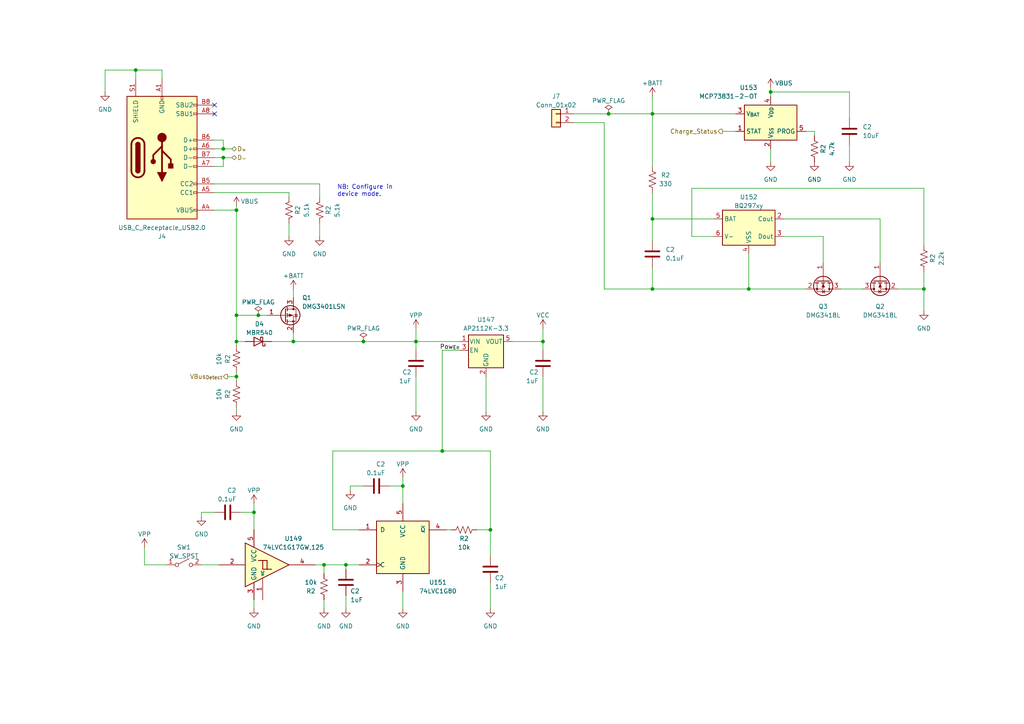
<source format=kicad_sch>
(kicad_sch (version 20230121) (generator eeschema)
  (paper "A4")
  (title_block (title "Extracellular Electrophysiology Test Board") (rev "A") (company "Open Ephys, Inc") (comment 1 "Jonathan P. Newman"))
  (lib_symbols
    (symbol "74xGxx:74LVC1G17"
      (property "Reference" "U" (at 2.54 7.62 0))
      (property "Value" "74LVC1G17" (at 5.08 -7.62 0))
      (symbol "74LVC1G17_0_1"
        (polyline (pts (xy -2.54 1.27) (xy -1.27 1.27) (xy -1.27 -1.27)) (stroke (width 0.254)) (fill (type background)))
        (polyline (pts (xy -7.62 6.35) (xy -7.62 -6.35) (xy 5.08 0) (xy -7.62 6.35)) (stroke (width 0.254)) (fill (type background)))
        (polyline (pts (xy -3.81 1.27) (xy -2.54 1.27) (xy -2.54 -1.27) (xy 0 -1.27)) (stroke (width 0.254)) (fill (type background)))
      )
      (symbol "74LVC1G17_1_1"
        (pin free line (at -2.54 -10.16 90) (length 6.35) (name "NC") (number "1"))
        (pin input line (at -15.24 0 0) (length 7.62) (name "~") (number "2"))
        (pin power_in line (at -5.08 -10.16 90) (length 5.08) (name "GND") (number "3"))
        (pin output line (at 12.7 0 180) (length 7.62) (name "~") (number "4"))
        (pin power_in line (at -5.08 10.16 270) (length 5.08) (name "VCC") (number "5"))
      )
    )
    (symbol "74xGxx:74LVC1G80" (pin_names (offset 1.016))
      (property "Reference" "U" (at -5.08 10.16 0))
      (property "Value" "74LVC1G80" (at 7.62 -10.16 0))
      (symbol "74LVC1G80_0_1"
        (rectangle (start -7.62 7.62) (end 7.62 -7.62) (stroke (width 0.254)) (fill (type background)))
      )
      (symbol "74LVC1G80_1_1"
        (pin input line (at -12.7 5.08 0) (length 5.08) (name "D") (number "1"))
        (pin input clock (at -12.7 -5.08 0) (length 5.08) (name "C") (number "2"))
        (pin power_in line (at 0 -12.7 90) (length 5.08) (name "GND") (number "3"))
        (pin output line (at 12.7 5.08 180) (length 5.08) (name "~{Q}") (number "4"))
        (pin power_in line (at 0 12.7 270) (length 5.08) (name "VCC") (number "5"))
      )
    )
    (symbol "Battery_Management:BQ297xy"
      (property "Reference" "U" (at -6.35 6.35 0))
      (property "Value" "BQ297xy" (at 5.08 -6.35 0))
      (symbol "BQ297xy_0_1"
        (rectangle (start -7.62 5.08) (end 7.62 -5.08) (stroke (width 0.254)) (fill (type background)))
      )
      (symbol "BQ297xy_1_1"
        (pin no_connect line (at 7.62 0 180) (length 2.54) hide (name "NC") (number "1"))
        (pin output line (at 10.16 2.54 180) (length 2.54) (name "Cout") (number "2"))
        (pin output line (at 10.16 -2.54 180) (length 2.54) (name "Dout") (number "3"))
        (pin power_in line (at 0 -7.62 90) (length 2.54) (name "VSS") (number "4"))
        (pin input line (at -10.16 2.54 0) (length 2.54) (name "BAT") (number "5"))
        (pin input line (at -10.16 -2.54 0) (length 2.54) (name "V-") (number "6"))
      )
    )
    (symbol "Battery_Management:MCP73831-2-OT"
      (property "Reference" "U" (at -7.62 6.35 0))
      (property "Value" "MCP73831-2-OT" (at 1.27 6.35 0))
      (symbol "MCP73831-2-OT_0_1"
        (rectangle (start -7.62 5.08) (end 7.62 -5.08) (stroke (width 0.254)) (fill (type background)))
      )
      (symbol "MCP73831-2-OT_1_1"
        (pin output line (at 10.16 -2.54 180) (length 2.54) (name "STAT") (number "1"))
        (pin power_in line (at 0 -7.62 90) (length 2.54) (name "V_{SS}") (number "2"))
        (pin power_out line (at 10.16 2.54 180) (length 2.54) (name "V_{BAT}") (number "3"))
        (pin power_in line (at 0 7.62 270) (length 2.54) (name "V_{DD}") (number "4"))
        (pin input line (at -10.16 -2.54 0) (length 2.54) (name "PROG") (number "5"))
      )
    )
    (symbol "Connector:USB_C_Receptacle_USB2.0" (pin_names (offset 1.016))
      (property "Reference" "J" (at -10.16 19.05 0))
      (property "Value" "USB_C_Receptacle_USB2.0" (at 19.05 19.05 0))
      (symbol "USB_C_Receptacle_USB2.0_0_0"
        (rectangle (start -0.254 -17.78) (end 0.254 -16.764))
        (rectangle (start 10.16 -14.986) (end 9.144 -15.494))
        (rectangle (start 10.16 -12.446) (end 9.144 -12.954))
        (rectangle (start 10.16 -4.826) (end 9.144 -5.334))
        (rectangle (start 10.16 -2.286) (end 9.144 -2.794))
        (rectangle (start 10.16 0.254) (end 9.144 -0.254))
        (rectangle (start 10.16 2.794) (end 9.144 2.286))
        (rectangle (start 10.16 7.874) (end 9.144 7.366))
        (rectangle (start 10.16 10.414) (end 9.144 9.906))
        (rectangle (start 10.16 15.494) (end 9.144 14.986))
      )
      (symbol "USB_C_Receptacle_USB2.0_0_1"
        (rectangle (start -10.16 17.78) (end 10.16 -17.78) (stroke (width 0.254)) (fill (type background)))
        (arc (start -8.89 -3.81) (mid -6.985 -5.7067) (end -5.08 -3.81) (stroke (width 0.508)))
        (arc (start -7.62 -3.81) (mid -6.985 -4.4423) (end -6.35 -3.81) (stroke (width 0.254)))
        (arc (start -7.62 -3.81) (mid -6.985 -4.4423) (end -6.35 -3.81) (stroke (width 0.254)) (fill (type outline)))
        (rectangle (start -7.62 -3.81) (end -6.35 3.81) (stroke (width 0.254)) (fill (type outline)))
        (arc (start -6.35 3.81) (mid -6.985 4.4423) (end -7.62 3.81) (stroke (width 0.254)))
        (arc (start -6.35 3.81) (mid -6.985 4.4423) (end -7.62 3.81) (stroke (width 0.254)) (fill (type outline)))
        (arc (start -5.08 3.81) (mid -6.985 5.7067) (end -8.89 3.81) (stroke (width 0.508)))
        (circle (center -2.54 1.143) (radius 0.635) (stroke (width 0.254)) (fill (type outline)))
        (circle (center 0 -5.842) (radius 1.27) (fill (type outline)))
        (polyline (pts (xy -8.89 -3.81) (xy -8.89 3.81)) (stroke (width 0.508)))
        (polyline (pts (xy -5.08 3.81) (xy -5.08 -3.81)) (stroke (width 0.508)))
        (polyline (pts (xy 0 -5.842) (xy 0 4.318)) (stroke (width 0.508)))
        (polyline (pts (xy 0 -3.302) (xy -2.54 -0.762) (xy -2.54 0.508)) (stroke (width 0.508)))
        (polyline (pts (xy 0 -2.032) (xy 2.54 0.508) (xy 2.54 1.778)) (stroke (width 0.508)))
        (polyline (pts (xy -1.27 4.318) (xy 0 6.858) (xy 1.27 4.318) (xy -1.27 4.318)) (stroke (width 0.254)) (fill (type outline)))
        (rectangle (start 1.905 1.778) (end 3.175 3.048) (stroke (width 0.254)) (fill (type outline)))
      )
      (symbol "USB_C_Receptacle_USB2.0_1_1"
        (pin passive line (at 0 -22.86 90) (length 5.08) (name "GND") (number "A1"))
        (pin passive line (at 0 -22.86 90) (length 5.08) hide (name "GND") (number "A12"))
        (pin passive line (at 15.24 15.24 180) (length 5.08) (name "VBUS") (number "A4"))
        (pin bidirectional line (at 15.24 10.16 180) (length 5.08) (name "CC1") (number "A5"))
        (pin bidirectional line (at 15.24 -2.54 180) (length 5.08) (name "D+") (number "A6"))
        (pin bidirectional line (at 15.24 2.54 180) (length 5.08) (name "D-") (number "A7"))
        (pin bidirectional line (at 15.24 -12.7 180) (length 5.08) (name "SBU1") (number "A8"))
        (pin passive line (at 15.24 15.24 180) (length 5.08) hide (name "VBUS") (number "A9"))
        (pin passive line (at 0 -22.86 90) (length 5.08) hide (name "GND") (number "B1"))
        (pin passive line (at 0 -22.86 90) (length 5.08) hide (name "GND") (number "B12"))
        (pin passive line (at 15.24 15.24 180) (length 5.08) hide (name "VBUS") (number "B4"))
        (pin bidirectional line (at 15.24 7.62 180) (length 5.08) (name "CC2") (number "B5"))
        (pin bidirectional line (at 15.24 -5.08 180) (length 5.08) (name "D+") (number "B6"))
        (pin bidirectional line (at 15.24 0 180) (length 5.08) (name "D-") (number "B7"))
        (pin bidirectional line (at 15.24 -15.24 180) (length 5.08) (name "SBU2") (number "B8"))
        (pin passive line (at 15.24 15.24 180) (length 5.08) hide (name "VBUS") (number "B9"))
        (pin passive line (at -7.62 -22.86 90) (length 5.08) (name "SHIELD") (number "S1"))
      )
    )
    (symbol "Connector_Generic:Conn_01x02" (pin_names (offset 1.016) hide)
      (property "Reference" "J" (at 0 2.54 0))
      (property "Value" "Conn_01x02" (at 0 -5.08 0))
      (symbol "Conn_01x02_1_1"
        (rectangle (start -1.27 -2.413) (end 0 -2.667) (stroke (width 0.1524)))
        (rectangle (start -1.27 0.127) (end 0 -0.127) (stroke (width 0.1524)))
        (rectangle (start -1.27 1.27) (end 1.27 -3.81) (stroke (width 0.254)) (fill (type background)))
        (pin passive line (at -5.08 0 0) (length 3.81) (name "Pin_1") (number "1"))
        (pin passive line (at -5.08 -2.54 0) (length 3.81) (name "Pin_2") (number "2"))
      )
    )
    (symbol "Device:C" (pin_numbers hide) (pin_names (offset 0.254))
      (property "Reference" "C" (at 0.635 2.54 0))
      (property "Value" "C" (at 0.635 -2.54 0))
      (symbol "C_0_1"
        (polyline (pts (xy -2.032 -0.762) (xy 2.032 -0.762)) (stroke (width 0.508)))
        (polyline (pts (xy -2.032 0.762) (xy 2.032 0.762)) (stroke (width 0.508)))
      )
      (symbol "C_1_1"
        (pin passive line (at 0 3.81 270) (length 2.794) (name "~") (number "1"))
        (pin passive line (at 0 -3.81 90) (length 2.794) (name "~") (number "2"))
      )
    )
    (symbol "Device:D_Schottky" (pin_numbers hide) (pin_names (offset 1.016) hide)
      (property "Reference" "D" (at 0 2.54 0))
      (property "Value" "D_Schottky" (at 0 -2.54 0))
      (symbol "D_Schottky_0_1"
        (polyline (pts (xy 1.27 0) (xy -1.27 0)))
        (polyline (pts (xy 1.27 1.27) (xy 1.27 -1.27) (xy -1.27 0) (xy 1.27 1.27)) (stroke (width 0.254)))
        (polyline (pts (xy -1.905 0.635) (xy -1.905 1.27) (xy -1.27 1.27) (xy -1.27 -1.27) (xy -0.635 -1.27) (xy -0.635 -0.635)) (stroke (width 0.254)))
      )
      (symbol "D_Schottky_1_1"
        (pin passive line (at -3.81 0 0) (length 2.54) (name "K") (number "1"))
        (pin passive line (at 3.81 0 180) (length 2.54) (name "A") (number "2"))
      )
    )
    (symbol "Device:R_US" (pin_numbers hide) (pin_names (offset 0))
      (property "Reference" "R" (at 2.54 0 90))
      (property "Value" "R_US" (at -2.54 0 90))
      (symbol "R_US_0_1"
        (polyline (pts (xy 0 -2.286) (xy 0 -2.54)))
        (polyline (pts (xy 0 2.286) (xy 0 2.54)))
        (polyline (pts (xy 0 -0.762) (xy 1.016 -1.143) (xy 0 -1.524) (xy -1.016 -1.905) (xy 0 -2.286)))
        (polyline (pts (xy 0 0.762) (xy 1.016 0.381) (xy 0 0) (xy -1.016 -0.381) (xy 0 -0.762)))
        (polyline (pts (xy 0 2.286) (xy 1.016 1.905) (xy 0 1.524) (xy -1.016 1.143) (xy 0 0.762)))
      )
      (symbol "R_US_1_1"
        (pin passive line (at 0 3.81 270) (length 1.27) (name "~") (number "1"))
        (pin passive line (at 0 -3.81 90) (length 1.27) (name "~") (number "2"))
      )
    )
    (symbol "Regulator_Linear:AP2112K-3.3" (pin_names (offset 0.254))
      (property "Reference" "U" (at -5.08 5.715 0))
      (property "Value" "AP2112K-3.3" (at 0 5.715 0))
      (symbol "AP2112K-3.3_0_1"
        (rectangle (start -5.08 4.445) (end 5.08 -5.08) (stroke (width 0.254)) (fill (type background)))
      )
      (symbol "AP2112K-3.3_1_1"
        (pin power_in line (at -7.62 2.54 0) (length 2.54) (name "VIN") (number "1"))
        (pin power_in line (at 0 -7.62 90) (length 2.54) (name "GND") (number "2"))
        (pin input line (at -7.62 0 0) (length 2.54) (name "EN") (number "3"))
        (pin no_connect line (at 5.08 0 180) (length 2.54) hide (name "NC") (number "4"))
        (pin power_out line (at 7.62 2.54 180) (length 2.54) (name "VOUT") (number "5"))
      )
    )
    (symbol "Switch:SW_SPST" (pin_names (offset 0) hide)
      (property "Reference" "SW" (at 0 3.175 0))
      (property "Value" "SW_SPST" (at 0 -2.54 0))
      (symbol "SW_SPST_0_0"
        (circle (center -2.032 0) (radius 0.508))
        (polyline (pts (xy -1.524 0.254) (xy 1.524 1.778)))
        (circle (center 2.032 0) (radius 0.508))
      )
      (symbol "SW_SPST_1_1"
        (pin passive line (at -5.08 0 0) (length 2.54) (name "A") (number "1"))
        (pin passive line (at 5.08 0 180) (length 2.54) (name "B") (number "2"))
      )
    )
    (symbol "Transistor_FET:DMG2301L" (pin_names hide)
      (property "Reference" "Q" (at 5.08 1.905 0))
      (property "Value" "DMG2301L" (at 5.08 0 0))
      (symbol "DMG2301L_0_1"
        (polyline (pts (xy 0.254 0) (xy -2.54 0)))
        (polyline (pts (xy 0.254 1.905) (xy 0.254 -1.905)) (stroke (width 0.254)))
        (polyline (pts (xy 0.762 -1.27) (xy 0.762 -2.286)) (stroke (width 0.254)))
        (polyline (pts (xy 0.762 0.508) (xy 0.762 -0.508)) (stroke (width 0.254)))
        (polyline (pts (xy 0.762 2.286) (xy 0.762 1.27)) (stroke (width 0.254)))
        (polyline (pts (xy 2.54 2.54) (xy 2.54 1.778)))
        (polyline (pts (xy 2.54 -2.54) (xy 2.54 0) (xy 0.762 0)))
        (polyline (pts (xy 0.762 1.778) (xy 3.302 1.778) (xy 3.302 -1.778) (xy 0.762 -1.778)))
        (polyline (pts (xy 2.286 0) (xy 1.27 0.381) (xy 1.27 -0.381) (xy 2.286 0)) (fill (type outline)))
        (polyline (pts (xy 2.794 -0.508) (xy 2.921 -0.381) (xy 3.683 -0.381) (xy 3.81 -0.254)))
        (polyline (pts (xy 3.302 -0.381) (xy 2.921 0.254) (xy 3.683 0.254) (xy 3.302 -0.381)))
        (circle (center 1.651 0) (radius 2.794) (stroke (width 0.254)))
        (circle (center 2.54 -1.778) (radius 0.254) (fill (type outline)))
        (circle (center 2.54 1.778) (radius 0.254) (fill (type outline)))
      )
      (symbol "DMG2301L_1_1"
        (pin input line (at -5.08 0 0) (length 2.54) (name "G") (number "1"))
        (pin passive line (at 2.54 -5.08 90) (length 2.54) (name "S") (number "2"))
        (pin passive line (at 2.54 5.08 270) (length 2.54) (name "D") (number "3"))
      )
    )
    (symbol "Transistor_FET:DMG3414U" (pin_names hide)
      (property "Reference" "Q" (at 5.08 1.905 0))
      (property "Value" "DMG3414U" (at 5.08 0 0))
      (symbol "DMG3414U_0_1"
        (polyline (pts (xy 0.254 0) (xy -2.54 0)))
        (polyline (pts (xy 0.254 1.905) (xy 0.254 -1.905)) (stroke (width 0.254)))
        (polyline (pts (xy 0.762 -1.27) (xy 0.762 -2.286)) (stroke (width 0.254)))
        (polyline (pts (xy 0.762 0.508) (xy 0.762 -0.508)) (stroke (width 0.254)))
        (polyline (pts (xy 0.762 2.286) (xy 0.762 1.27)) (stroke (width 0.254)))
        (polyline (pts (xy 2.54 2.54) (xy 2.54 1.778)))
        (polyline (pts (xy 2.54 -2.54) (xy 2.54 0) (xy 0.762 0)))
        (polyline (pts (xy 0.762 -1.778) (xy 3.302 -1.778) (xy 3.302 1.778) (xy 0.762 1.778)))
        (polyline (pts (xy 1.016 0) (xy 2.032 0.381) (xy 2.032 -0.381) (xy 1.016 0)) (fill (type outline)))
        (polyline (pts (xy 2.794 0.508) (xy 2.921 0.381) (xy 3.683 0.381) (xy 3.81 0.254)))
        (polyline (pts (xy 3.302 0.381) (xy 2.921 -0.254) (xy 3.683 -0.254) (xy 3.302 0.381)))
        (circle (center 1.651 0) (radius 2.794) (stroke (width 0.254)))
        (circle (center 2.54 -1.778) (radius 0.254) (fill (type outline)))
        (circle (center 2.54 1.778) (radius 0.254) (fill (type outline)))
      )
      (symbol "DMG3414U_1_1"
        (pin input line (at -5.08 0 0) (length 2.54) (name "G") (number "1"))
        (pin passive line (at 2.54 -5.08 90) (length 2.54) (name "S") (number "2"))
        (pin passive line (at 2.54 5.08 270) (length 2.54) (name "D") (number "3"))
      )
    )
    (symbol "power:+BATT" (power) (pin_names (offset 0))
      (property "Value" "+BATT" (at 0 3.556 0))
      (symbol "+BATT_0_1"
        (polyline (pts (xy -0.762 1.27) (xy 0 2.54)))
        (polyline (pts (xy 0 0) (xy 0 2.54)))
        (polyline (pts (xy 0 2.54) (xy 0.762 1.27)))
      )
      (symbol "+BATT_1_1"
        (pin power_in line (at 0 0 90) (length 0) hide (name "+BATT") (number "1"))
      )
    )
    (symbol "power:GND" (power) (pin_names (offset 0))
      (property "Value" "GND" (at 0 -3.81 0))
      (symbol "GND_0_1"
        (polyline (pts (xy 0 0) (xy 0 -1.27) (xy 1.27 -1.27) (xy 0 -2.54) (xy -1.27 -1.27) (xy 0 -1.27)))
      )
      (symbol "GND_1_1"
        (pin power_in line (at 0 0 270) (length 0) hide (name "GND") (number "1"))
      )
    )
    (symbol "power:PWR_FLAG" (power) (pin_numbers hide) (pin_names (offset 0) hide)
      (property "Value" "PWR_FLAG" (at 0 3.81 0))
      (symbol "PWR_FLAG_0_0"
        (pin power_out line (at 0 0 90) (length 0) (name "pwr") (number "1"))
      )
      (symbol "PWR_FLAG_0_1"
        (polyline (pts (xy 0 0) (xy 0 1.27) (xy -1.016 1.905) (xy 0 2.54) (xy 1.016 1.905) (xy 0 1.27)))
      )
    )
    (symbol "power:VBUS" (power) (pin_names (offset 0))
      (property "Value" "VBUS" (at 0 3.81 0))
      (symbol "VBUS_0_1"
        (polyline (pts (xy -0.762 1.27) (xy 0 2.54)))
        (polyline (pts (xy 0 0) (xy 0 2.54)))
        (polyline (pts (xy 0 2.54) (xy 0.762 1.27)))
      )
      (symbol "VBUS_1_1"
        (pin power_in line (at 0 0 90) (length 0) hide (name "VBUS") (number "1"))
      )
    )
    (symbol "power:VCC" (power) (pin_names (offset 0))
      (property "Value" "VCC" (at 0 3.81 0))
      (symbol "VCC_0_1"
        (polyline (pts (xy -0.762 1.27) (xy 0 2.54)))
        (polyline (pts (xy 0 0) (xy 0 2.54)))
        (polyline (pts (xy 0 2.54) (xy 0.762 1.27)))
      )
      (symbol "VCC_1_1"
        (pin power_in line (at 0 0 90) (length 0) hide (name "VCC") (number "1"))
      )
    )
    (symbol "power:VPP" (power) (pin_names (offset 0))
      (property "Value" "VPP" (at 0 3.81 0))
      (symbol "VPP_0_1"
        (polyline (pts (xy -0.762 1.27) (xy 0 2.54)))
        (polyline (pts (xy 0 0) (xy 0 2.54)))
        (polyline (pts (xy 0 2.54) (xy 0.762 1.27)))
      )
      (symbol "VPP_1_1"
        (pin power_in line (at 0 0 90) (length 0) hide (name "VPP") (number "1"))
      )
    )
  )
  (junction (at 223.52 26.67))
  (junction (at 74.93 91.44))
  (junction (at 85.09 99.06))
  (junction (at 105.41 99.06))
  (junction (at 142.24 153.67))
  (junction (at 217.17 83.82))
  (junction (at 93.98 163.83))
  (junction (at 189.23 63.5))
  (junction (at 73.66 148.59))
  (junction (at 100.33 163.83))
  (junction (at 68.58 99.06))
  (junction (at 116.84 140.97))
  (junction (at 64.77 43.18))
  (junction (at 64.77 45.72))
  (junction (at 68.58 91.44))
  (junction (at 68.58 60.96))
  (junction (at 176.53 33.02))
  (junction (at 267.97 83.82))
  (junction (at 128.27 130.81))
  (junction (at 39.37 20.32))
  (junction (at 189.23 33.02))
  (junction (at 189.23 83.82))
  (junction (at 157.48 99.06))
  (junction (at 68.58 109.22))
  (junction (at 120.65 99.06))
  (no_connect (at 62.23 30.48))
  (no_connect (at 62.23 33.02))
  (wire (pts (xy 189.23 27.94) (xy 189.23 33.02)))
  (wire (pts (xy 116.84 140.97) (xy 116.84 146.05)))
  (wire (pts (xy 189.23 63.5) (xy 207.01 63.5)))
  (wire (pts (xy 64.77 45.72) (xy 64.77 48.26)))
  (wire (pts (xy 68.58 91.44) (xy 74.93 91.44)))
  (wire (pts (xy 236.22 38.1) (xy 236.22 39.37)))
  (wire (pts (xy 175.26 83.82) (xy 189.23 83.82)))
  (wire (pts (xy 83.82 64.77) (xy 83.82 68.58)))
  (wire (pts (xy 58.42 149.86) (xy 58.42 148.59)))
  (wire (pts (xy 116.84 138.43) (xy 116.84 140.97)))
  (wire (pts (xy 100.33 163.83) (xy 100.33 165.1)))
  (wire (pts (xy 189.23 63.5) (xy 189.23 69.85)))
  (wire (pts (xy 68.58 109.22) (xy 66.04 109.22)))
  (wire (pts (xy 223.52 25.4) (xy 223.52 26.67)))
  (wire (pts (xy 120.65 95.25) (xy 120.65 99.06)))
  (wire (pts (xy 68.58 99.06) (xy 71.12 99.06)))
  (wire (pts (xy 138.43 153.67) (xy 142.24 153.67)))
  (wire (pts (xy 30.48 20.32) (xy 30.48 26.67)))
  (wire (pts (xy 62.23 53.34) (xy 92.71 53.34)))
  (wire (pts (xy 96.52 130.81) (xy 128.27 130.81)))
  (wire (pts (xy 39.37 20.32) (xy 30.48 20.32)))
  (wire (pts (xy 223.52 26.67) (xy 223.52 27.94)))
  (wire (pts (xy 62.23 48.26) (xy 64.77 48.26)))
  (wire (pts (xy 189.23 77.47) (xy 189.23 83.82)))
  (wire (pts (xy 246.38 26.67) (xy 246.38 34.29)))
  (wire (pts (xy 74.93 91.44) (xy 77.47 91.44)))
  (wire (pts (xy 68.58 60.96) (xy 68.58 91.44)))
  (wire (pts (xy 48.26 163.83) (xy 41.91 163.83)))
  (wire (pts (xy 120.65 99.06) (xy 133.35 99.06)))
  (wire (pts (xy 209.55 38.1) (xy 213.36 38.1)))
  (wire (pts (xy 93.98 163.83) (xy 93.98 166.37)))
  (wire (pts (xy 68.58 107.95) (xy 68.58 109.22)))
  (wire (pts (xy 64.77 40.64) (xy 64.77 43.18)))
  (wire (pts (xy 255.27 63.5) (xy 255.27 76.2)))
  (wire (pts (xy 200.66 54.61) (xy 267.97 54.61)))
  (wire (pts (xy 92.71 64.77) (xy 92.71 68.58)))
  (wire (pts (xy 73.66 148.59) (xy 73.66 153.67)))
  (wire (pts (xy 78.74 99.06) (xy 85.09 99.06)))
  (wire (pts (xy 128.27 130.81) (xy 142.24 130.81)))
  (wire (pts (xy 100.33 172.72) (xy 100.33 176.53)))
  (wire (pts (xy 267.97 78.74) (xy 267.97 83.82)))
  (wire (pts (xy 93.98 163.83) (xy 100.33 163.83)))
  (wire (pts (xy 128.27 101.6) (xy 133.35 101.6)))
  (wire (pts (xy 68.58 118.11) (xy 68.58 119.38)))
  (wire (pts (xy 73.66 173.99) (xy 73.66 176.53)))
  (wire (pts (xy 68.58 91.44) (xy 68.58 99.06)))
  (wire (pts (xy 46.99 20.32) (xy 39.37 20.32)))
  (wire (pts (xy 116.84 171.45) (xy 116.84 176.53)))
  (wire (pts (xy 120.65 99.06) (xy 105.41 99.06)))
  (wire (pts (xy 64.77 43.18) (xy 67.31 43.18)))
  (wire (pts (xy 223.52 26.67) (xy 246.38 26.67)))
  (wire (pts (xy 93.98 173.99) (xy 93.98 176.53)))
  (wire (pts (xy 238.76 68.58) (xy 227.33 68.58)))
  (wire (pts (xy 68.58 59.69) (xy 68.58 60.96)))
  (wire (pts (xy 233.68 38.1) (xy 236.22 38.1)))
  (wire (pts (xy 142.24 153.67) (xy 142.24 161.29)))
  (wire (pts (xy 140.97 109.22) (xy 140.97 119.38)))
  (wire (pts (xy 157.48 95.25) (xy 157.48 99.06)))
  (wire (pts (xy 189.23 55.88) (xy 189.23 63.5)))
  (wire (pts (xy 238.76 76.2) (xy 238.76 68.58)))
  (wire (pts (xy 142.24 168.91) (xy 142.24 176.53)))
  (wire (pts (xy 41.91 163.83) (xy 41.91 158.75)))
  (wire (pts (xy 58.42 148.59) (xy 62.23 148.59)))
  (wire (pts (xy 85.09 96.52) (xy 85.09 99.06)))
  (wire (pts (xy 142.24 130.81) (xy 142.24 153.67)))
  (wire (pts (xy 46.99 22.86) (xy 46.99 20.32)))
  (wire (pts (xy 58.42 163.83) (xy 63.5 163.83)))
  (wire (pts (xy 62.23 60.96) (xy 68.58 60.96)))
  (wire (pts (xy 157.48 109.22) (xy 157.48 119.38)))
  (wire (pts (xy 62.23 55.88) (xy 83.82 55.88)))
  (wire (pts (xy 91.44 163.83) (xy 93.98 163.83)))
  (wire (pts (xy 68.58 109.22) (xy 68.58 110.49)))
  (wire (pts (xy 39.37 20.32) (xy 39.37 22.86)))
  (wire (pts (xy 189.23 33.02) (xy 189.23 48.26)))
  (wire (pts (xy 267.97 54.61) (xy 267.97 71.12)))
  (wire (pts (xy 104.14 153.67) (xy 96.52 153.67)))
  (wire (pts (xy 207.01 68.58) (xy 200.66 68.58)))
  (wire (pts (xy 64.77 45.72) (xy 67.31 45.72)))
  (wire (pts (xy 189.23 33.02) (xy 213.36 33.02)))
  (wire (pts (xy 217.17 83.82) (xy 189.23 83.82)))
  (wire (pts (xy 69.85 148.59) (xy 73.66 148.59)))
  (wire (pts (xy 223.52 43.18) (xy 223.52 46.99)))
  (wire (pts (xy 148.59 99.06) (xy 157.48 99.06)))
  (wire (pts (xy 175.26 35.56) (xy 175.26 83.82)))
  (wire (pts (xy 96.52 153.67) (xy 96.52 130.81)))
  (wire (pts (xy 105.41 99.06) (xy 85.09 99.06)))
  (wire (pts (xy 68.58 100.33) (xy 68.58 99.06)))
  (wire (pts (xy 157.48 99.06) (xy 157.48 101.6)))
  (wire (pts (xy 100.33 163.83) (xy 104.14 163.83)))
  (wire (pts (xy 85.09 83.82) (xy 85.09 86.36)))
  (wire (pts (xy 73.66 146.05) (xy 73.66 148.59)))
  (wire (pts (xy 166.37 35.56) (xy 175.26 35.56)))
  (wire (pts (xy 166.37 33.02) (xy 176.53 33.02)))
  (wire (pts (xy 101.6 142.24) (xy 101.6 140.97)))
  (wire (pts (xy 92.71 53.34) (xy 92.71 57.15)))
  (wire (pts (xy 200.66 68.58) (xy 200.66 54.61)))
  (wire (pts (xy 246.38 41.91) (xy 246.38 46.99)))
  (wire (pts (xy 243.84 83.82) (xy 250.19 83.82)))
  (wire (pts (xy 176.53 33.02) (xy 189.23 33.02)))
  (wire (pts (xy 62.23 45.72) (xy 64.77 45.72)))
  (wire (pts (xy 120.65 109.22) (xy 120.65 119.38)))
  (wire (pts (xy 233.68 83.82) (xy 217.17 83.82)))
  (wire (pts (xy 120.65 99.06) (xy 120.65 101.6)))
  (wire (pts (xy 128.27 101.6) (xy 128.27 130.81)))
  (wire (pts (xy 83.82 55.88) (xy 83.82 57.15)))
  (wire (pts (xy 227.33 63.5) (xy 255.27 63.5)))
  (wire (pts (xy 62.23 40.64) (xy 64.77 40.64)))
  (wire (pts (xy 217.17 83.82) (xy 217.17 73.66)))
  (wire (pts (xy 129.54 153.67) (xy 130.81 153.67)))
  (wire (pts (xy 267.97 83.82) (xy 260.35 83.82)))
  (wire (pts (xy 62.23 43.18) (xy 64.77 43.18)))
  (wire (pts (xy 113.03 140.97) (xy 116.84 140.97)))
  (wire (pts (xy 267.97 83.82) (xy 267.97 90.17)))
  (wire (pts (xy 101.6 140.97) (xy 105.41 140.97)))
  (text "NB: Configure in\ndevice mode." (at 97.79 57.15 0) (effects (font (size 1.27 1.27)) (justify left bottom)))
  (label "Pow_{En}" (at 133.35 101.6 180))
  (hierarchical_label "VBus_{Detect}" (shape output) (at 66.04 109.22 180))
  (hierarchical_label "D_{-}" (shape bidirectional) (at 67.31 45.72 0))
  (hierarchical_label "D_{+}" (shape bidirectional) (at 67.31 43.18 0))
  (hierarchical_label "Charge_Status" (shape output) (at 209.55 38.1 180))
  (symbol (lib_id "Battery_Management:MCP73831-2-OT") (at 223.52 35.56 0) (mirror y) (unit 1)
    (property "Reference" "U153" (at 219.71 25.4 0) (effects (justify left)))
    (property "Value" "MCP73831-2-OT" (at 219.71 27.94 0) (effects (justify left)))
    (property "Footprint" "Package_TO_SOT_SMD:SOT-23-5" (effects hide))
    (property "Datasheet" "http://ww1.microchip.com/downloads/en/DeviceDoc/20001984g.pdf" (effects hide))
  )
  (symbol (lib_id "power:GND") (at 116.84 176.53 0) (mirror y) (unit 1)
    (property "Reference" "#PWR042" (effects hide))
    (property "Value" "GND" (at 116.84 181.61 0))
    (instances (project "ephys-test-board" (path "" (reference "#PWR042") (unit 1)) (path "" (reference "#PWR0566") (unit 1)) (path "" (reference "#PWR0569") (unit 1)) (path "" (reference "#PWR0744") (unit 1))))
  )
  (symbol (lib_id "Regulator_Linear:AP2112K-3.3") (at 140.97 101.6 0) (unit 1)
    (property "Reference" "U147" (at 140.97 92.71 0))
    (property "Value" "AP2112K-3.3" (at 140.97 95.25 0))
    (property "Footprint" "Package_TO_SOT_SMD:SOT-23-5" (effects hide))
    (property "Datasheet" "https://www.diodes.com/assets/Datasheets/AP2112.pdf" (effects hide))
  )
  (symbol (lib_id "Device:D_Schottky") (at 74.93 99.06 180) (unit 1)
    (property "Reference" "D4" (at 75.2475 93.98 0))
    (property "Value" "MBR540" (at 75.2475 96.52 0))
    (instances (project "ephys-test-board" (path "" (reference "D4") (unit 1)) (path "" (reference "D2") (unit 1))))
  )
  (symbol (lib_id "power:GND") (at 83.82 68.58 0) (mirror y) (unit 1)
    (property "Reference" "#PWR042" (effects hide))
    (property "Value" "GND" (at 83.82 73.66 0))
    (instances (project "ephys-test-board" (path "" (reference "#PWR042") (unit 1)) (path "" (reference "#PWR0566") (unit 1)) (path "" (reference "#PWR0569") (unit 1)) (path "" (reference "#PWR0569") (unit 1))))
  )
  (symbol (lib_id "Device:R_US") (at 93.98 170.18 0) (unit 1)
    (property "Reference" "R2" (at 90.17 171.45 0))
    (property "Value" "10k" (at 90.17 168.91 0))
    (instances (project "ephys-test-board" (path "" (reference "R2") (unit 1)) (path "" (reference "R149") (unit 1)) (path "" (reference "R265") (unit 1))))
  )
  (symbol (lib_id "power:VCC") (at 157.48 95.25 0) (mirror y) (unit 1)
    (property "Reference" "#PWR041" (effects hide))
    (property "Value" "VCC" (at 157.48 91.44 0))
    (instances (project "ephys-test-board" (path "" (reference "#PWR041") (unit 1)) (path "" (reference "#PWR028") (unit 1)) (path "" (reference "#PWR091") (unit 1)) (path "" (reference "#PWR0134") (unit 1)) (path "" (reference "#PWR0177") (unit 1)) (path "" (reference "#PWR0220") (unit 1)) (path "" (reference "#PWR0263") (unit 1)) (path "" (reference "#PWR0306") (unit 1)) (path "" (reference "#PWR0349") (unit 1)) (path "" (reference "#PWR0392") (unit 1)) (path "" (reference "#PWR0435") (unit 1)) (path "" (reference "#PWR0478") (unit 1)) (path "" (reference "#PWR0521") (unit 1)) (path "" (reference "#PWR0605") (unit 1)) (path "" (reference "#PWR0661") (unit 1)) (path "" (reference "#PWR0706") (unit 1)) (path "" (reference "#PWR0740") (unit 1))))
  )
  (symbol (lib_id "power:VPP") (at 73.66 146.05 0) (unit 1)
    (property "Reference" "#PWR0608" (effects hide))
    (property "Value" "VPP" (at 73.66 142.24 0))
  )
  (symbol (lib_id "power:VPP") (at 41.91 158.75 0) (unit 1)
    (property "Reference" "#PWR0609" (effects hide))
    (property "Value" "VPP" (at 41.91 154.94 0))
  )
  (symbol (lib_id "power:+BATT") (at 189.23 27.94 0) (unit 1)
    (property "Reference" "#PWR0754" (effects hide))
    (property "Value" "+BATT" (at 189.23 24.13 0))
  )
  (symbol (lib_id "power:GND") (at 246.38 46.99 0) (mirror y) (unit 1)
    (property "Reference" "#PWR042" (effects hide))
    (property "Value" "GND" (at 246.38 52.07 0))
    (instances (project "ephys-test-board" (path "" (reference "#PWR042") (unit 1)) (path "" (reference "#PWR0566") (unit 1)) (path "" (reference "#PWR0569") (unit 1)) (path "" (reference "#PWR0752") (unit 1))))
  )
  (symbol (lib_id "Connector:USB_C_Receptacle_USB2.0") (at 46.99 45.72 0) (mirror x) (unit 1)
    (property "Reference" "J4" (at 46.99 68.58 0))
    (property "Value" "USB_C_Receptacle_USB2.0" (at 46.99 66.04 0))
    (property "Datasheet" "https://www.usb.org/sites/default/files/documents/usb_type-c.zip" (effects hide))
  )
  (symbol (lib_id "power:GND") (at 157.48 119.38 0) (mirror y) (unit 1)
    (property "Reference" "#PWR042" (effects hide))
    (property "Value" "GND" (at 157.48 124.46 0))
    (instances (project "ephys-test-board" (path "" (reference "#PWR042") (unit 1)) (path "" (reference "#PWR0566") (unit 1)) (path "" (reference "#PWR0575") (unit 1)) (path "" (reference "#PWR0575") (unit 1))))
  )
  (symbol (lib_id "power:GND") (at 73.66 176.53 0) (mirror y) (unit 1)
    (property "Reference" "#PWR042" (effects hide))
    (property "Value" "GND" (at 73.66 181.61 0))
    (instances (project "ephys-test-board" (path "" (reference "#PWR042") (unit 1)) (path "" (reference "#PWR0566") (unit 1)) (path "" (reference "#PWR0569") (unit 1)) (path "" (reference "#PWR0610") (unit 1))))
  )
  (symbol (lib_id "power:GND") (at 223.52 46.99 0) (mirror y) (unit 1)
    (property "Reference" "#PWR042" (effects hide))
    (property "Value" "GND" (at 223.52 52.07 0))
    (instances (project "ephys-test-board" (path "" (reference "#PWR042") (unit 1)) (path "" (reference "#PWR0566") (unit 1)) (path "" (reference "#PWR0569") (unit 1)) (path "" (reference "#PWR0750") (unit 1))))
  )
  (symbol (lib_id "Device:C") (at 246.38 38.1 0) (mirror y) (unit 1)
    (property "Reference" "C2" (at 250.19 36.83 0) (effects (justify right)))
    (property "Value" "10uF" (at 250.19 39.37 0) (effects (justify right)))
    (property "Footprint" "Capacitor_SMD:C_0805_2012Metric" (effects hide))
    (instances (project "ephys-test-board" (path "" (reference "C2") (unit 1)) (path "" (reference "C303") (unit 1)) (path "" (reference "C280") (unit 1))))
  )
  (symbol (lib_id "74xGxx:74LVC1G17") (at 78.74 163.83 0) (unit 1)
    (property "Reference" "U149" (at 85.09 156.21 0))
    (property "Value" "74LVC1G17GW,125" (at 85.09 158.75 0))
    (property "Footprint" "Package_TO_SOT_SMD:SOT-353_SC-70-5" (effects hide))
    (property "Datasheet" "https://www.ti.com/lit/ds/symlink/sn74lvc1g17.pdf" (effects hide))
  )
  (symbol (lib_id "Device:C") (at 120.65 105.41 0) (unit 1)
    (property "Reference" "C2" (at 119.38 107.95 0) (effects (justify right)))
    (property "Value" "1uF" (at 119.38 110.49 0) (effects (justify right)))
    (property "Footprint" "Capacitor_SMD:C_0603_1608Metric" (effects hide))
    (instances (project "ephys-test-board" (path "" (reference "C2") (unit 1)) (path "" (reference "C303") (unit 1)) (path "" (reference "C273") (unit 1))))
  )
  (symbol (lib_id "power:PWR_FLAG") (at 74.93 91.44 0) (unit 1)
    (property "Reference" "#FLG02" (effects hide))
    (property "Value" "PWR_FLAG" (at 74.93 87.63 0))
  )
  (symbol (lib_id "power:GND") (at 92.71 68.58 0) (mirror y) (unit 1)
    (property "Reference" "#PWR042" (effects hide))
    (property "Value" "GND" (at 92.71 73.66 0))
    (instances (project "ephys-test-board" (path "" (reference "#PWR042") (unit 1)) (path "" (reference "#PWR0566") (unit 1)) (path "" (reference "#PWR0568") (unit 1)) (path "" (reference "#PWR0570") (unit 1))))
  )
  (symbol (lib_id "Transistor_FET:DMG3414U") (at 238.76 81.28 270) (unit 1)
    (property "Reference" "Q3" (at 238.76 88.9 90))
    (property "Value" "DMG3418L" (at 238.76 91.44 90))
    (property "Footprint" "Package_TO_SOT_SMD:SOT-23" (effects hide))
    (property "Datasheet" "http://www.diodes.com/assets/Datasheets/ds31739.pdf" (effects hide))
  )
  (symbol (lib_id "Device:C") (at 157.48 105.41 0) (unit 1)
    (property "Reference" "C2" (at 156.21 107.95 0) (effects (justify right)))
    (property "Value" "1uF" (at 156.21 110.49 0) (effects (justify right)))
    (property "Footprint" "Capacitor_SMD:C_0603_1608Metric" (effects hide))
    (instances (project "ephys-test-board" (path "" (reference "C2") (unit 1)) (path "" (reference "C303") (unit 1)) (path "" (reference "C274") (unit 1))))
  )
  (symbol (lib_id "power:GND") (at 120.65 119.38 0) (mirror y) (unit 1)
    (property "Reference" "#PWR042" (effects hide))
    (property "Value" "GND" (at 120.65 124.46 0))
    (instances (project "ephys-test-board" (path "" (reference "#PWR042") (unit 1)) (path "" (reference "#PWR0566") (unit 1)) (path "" (reference "#PWR0573") (unit 1)) (path "" (reference "#PWR0572") (unit 1))))
  )
  (symbol (lib_id "power:GND") (at 267.97 90.17 0) (mirror y) (unit 1)
    (property "Reference" "#PWR042" (effects hide))
    (property "Value" "GND" (at 267.97 95.25 0))
    (instances (project "ephys-test-board" (path "" (reference "#PWR042") (unit 1)) (path "" (reference "#PWR0566") (unit 1)) (path "" (reference "#PWR0569") (unit 1)) (path "" (reference "#PWR0749") (unit 1))))
  )
  (symbol (lib_id "Device:C") (at 66.04 148.59 270) (unit 1)
    (property "Reference" "C2" (at 68.58 142.24 90) (effects (justify right)))
    (property "Value" "0.1uF" (at 68.58 144.78 90) (effects (justify right)))
    (property "Footprint" "Capacitor_SMD:C_0402_1005Metric" (effects hide))
    (instances (project "ephys-test-board" (path "" (reference "C2") (unit 1)) (path "" (reference "C302") (unit 1)) (path "" (reference "C275") (unit 1))))
  )
  (symbol (lib_id "Transistor_FET:DMG3414U") (at 255.27 81.28 90) (mirror x) (unit 1)
    (property "Reference" "Q2" (at 255.27 88.9 90))
    (property "Value" "DMG3418L" (at 255.27 91.44 90))
    (property "Footprint" "Package_TO_SOT_SMD:SOT-23" (effects hide))
    (property "Datasheet" "http://www.diodes.com/assets/Datasheets/ds31739.pdf" (effects hide))
  )
  (symbol (lib_id "74xGxx:74LVC1G80") (at 116.84 158.75 0) (unit 1)
    (property "Reference" "U151" (at 127 168.91 0))
    (property "Value" "74LVC1G80" (at 127 171.45 0))
    (property "Footprint" "Package_TO_SOT_SMD:SOT-353_SC-70-5" (effects hide))
    (property "Datasheet" "https://www.ti.com/lit/ds/symlink/sn74lvc1g80.pdf?ts=1706273326001&ref_url=https%253A%252F%252Fwww.mouser.de%252F" (effects hide))
  )
  (symbol (lib_id "power:GND") (at 30.48 26.67 0) (mirror y) (unit 1)
    (property "Reference" "#PWR042" (effects hide))
    (property "Value" "GND" (at 30.48 31.75 0))
    (instances (project "ephys-test-board" (path "" (reference "#PWR042") (unit 1)) (path "" (reference "#PWR0566") (unit 1)) (path "" (reference "#PWR0570") (unit 1)) (path "" (reference "#PWR0568") (unit 1))))
  )
  (symbol (lib_id "power:VPP") (at 120.65 95.25 0) (unit 1)
    (property "Reference" "#PWR0753" (effects hide))
    (property "Value" "VPP" (at 120.65 91.44 0))
  )
  (symbol (lib_id "Device:R_US") (at 267.97 74.93 180) (unit 1)
    (property "Reference" "R2" (at 270.51 74.93 90))
    (property "Value" "2.2k" (at 273.05 74.93 90))
    (instances (project "ephys-test-board" (path "" (reference "R2") (unit 1)) (path "" (reference "R149") (unit 1)) (path "" (reference "R270") (unit 1))))
  )
  (symbol (lib_id "Device:R_US") (at 68.58 114.3 0) (unit 1)
    (property "Reference" "R2" (at 66.04 114.3 90))
    (property "Value" "10k" (at 63.5 114.3 90))
    (instances (project "ephys-test-board" (path "" (reference "R2") (unit 1)) (path "" (reference "R149") (unit 1)) (path "" (reference "R268") (unit 1))))
  )
  (symbol (lib_id "Device:R_US") (at 83.82 60.96 0) (mirror y) (unit 1)
    (property "Reference" "R2" (at 86.36 60.96 90))
    (property "Value" "5.1k" (at 88.9 60.96 90))
    (instances (project "ephys-test-board" (path "" (reference "R2") (unit 1)) (path "" (reference "R149") (unit 1)) (path "" (reference "R148") (unit 1))))
  )
  (symbol (lib_id "Transistor_FET:DMG2301L") (at 82.55 91.44 0) (unit 1)
    (property "Reference" "Q1" (at 87.63 86.36 0) (effects (justify left)))
    (property "Value" "DMG3401LSN" (at 87.63 88.9 0) (effects (justify left)))
    (property "Footprint" "Package_TO_SOT_SMD:SOT-23" (effects hide))
    (property "Datasheet" "https://www.diodes.com/assets/Datasheets/DMG2301L.pdf" (effects hide))
  )
  (symbol (lib_id "Device:C") (at 100.33 168.91 0) (mirror y) (unit 1)
    (property "Reference" "C2" (at 101.6 171.45 0) (effects (justify right)))
    (property "Value" "1uF" (at 101.6 173.99 0) (effects (justify right)))
    (property "Footprint" "Capacitor_SMD:C_0603_1608Metric" (effects hide))
    (instances (project "ephys-test-board" (path "" (reference "C2") (unit 1)) (path "" (reference "C303") (unit 1)) (path "" (reference "C278") (unit 1))))
  )
  (symbol (lib_id "Device:C") (at 142.24 165.1 0) (mirror y) (unit 1)
    (property "Reference" "C2" (at 143.51 167.64 0) (effects (justify right)))
    (property "Value" "1uF" (at 143.51 170.18 0) (effects (justify right)))
    (property "Footprint" "Capacitor_SMD:C_0603_1608Metric" (effects hide))
    (instances (project "ephys-test-board" (path "" (reference "C2") (unit 1)) (path "" (reference "C303") (unit 1)) (path "" (reference "C277") (unit 1))))
  )
  (symbol (lib_id "Device:C") (at 109.22 140.97 270) (unit 1)
    (property "Reference" "C2" (at 111.76 134.62 90) (effects (justify right)))
    (property "Value" "0.1uF" (at 111.76 137.16 90) (effects (justify right)))
    (property "Footprint" "Capacitor_SMD:C_0402_1005Metric" (effects hide))
    (instances (project "ephys-test-board" (path "" (reference "C2") (unit 1)) (path "" (reference "C302") (unit 1)) (path "" (reference "C276") (unit 1))))
  )
  (symbol (lib_id "power:GND") (at 100.33 176.53 0) (mirror y) (unit 1)
    (property "Reference" "#PWR042" (effects hide))
    (property "Value" "GND" (at 100.33 181.61 0))
    (instances (project "ephys-test-board" (path "" (reference "#PWR042") (unit 1)) (path "" (reference "#PWR0566") (unit 1)) (path "" (reference "#PWR0569") (unit 1)) (path "" (reference "#PWR0746") (unit 1))))
  )
  (symbol (lib_id "Device:R_US") (at 92.71 60.96 0) (mirror y) (unit 1)
    (property "Reference" "R2" (at 95.25 60.96 90))
    (property "Value" "5.1k" (at 97.79 60.96 90))
    (instances (project "ephys-test-board" (path "" (reference "R2") (unit 1)) (path "" (reference "R148") (unit 1)) (path "" (reference "R149") (unit 1))))
  )
  (symbol (lib_id "power:VPP") (at 116.84 138.43 0) (unit 1)
    (property "Reference" "#PWR0742" (effects hide))
    (property "Value" "VPP" (at 116.84 134.62 0))
  )
  (symbol (lib_id "power:PWR_FLAG") (at 176.53 33.02 0) (unit 1)
    (property "Reference" "#FLG01" (effects hide))
    (property "Value" "PWR_FLAG" (at 176.53 29.21 0))
  )
  (symbol (lib_id "Device:C") (at 189.23 73.66 0) (mirror y) (unit 1)
    (property "Reference" "C2" (at 193.04 72.39 0) (effects (justify right)))
    (property "Value" "0.1uF" (at 193.04 74.93 0) (effects (justify right)))
    (property "Footprint" "Capacitor_SMD:C_0402_1005Metric" (effects hide))
    (instances (project "ephys-test-board" (path "" (reference "C2") (unit 1)) (path "" (reference "C302") (unit 1)) (path "" (reference "C279") (unit 1))))
  )
  (symbol (lib_id "power:GND") (at 236.22 46.99 0) (mirror y) (unit 1)
    (property "Reference" "#PWR042" (effects hide))
    (property "Value" "GND" (at 236.22 52.07 0))
    (instances (project "ephys-test-board" (path "" (reference "#PWR042") (unit 1)) (path "" (reference "#PWR0566") (unit 1)) (path "" (reference "#PWR0569") (unit 1)) (path "" (reference "#PWR0751") (unit 1))))
  )
  (symbol (lib_id "power:VBUS") (at 223.52 25.4 0) (unit 1)
    (property "Reference" "#PWR0748" (effects hide))
    (property "Value" "VBUS" (at 227.33 24.13 0))
  )
  (symbol (lib_id "Device:R_US") (at 68.58 104.14 0) (unit 1)
    (property "Reference" "R2" (at 66.04 104.14 90))
    (property "Value" "10k" (at 63.5 104.14 90))
    (instances (project "ephys-test-board" (path "" (reference "R2") (unit 1)) (path "" (reference "R149") (unit 1)) (path "" (reference "R267") (unit 1))))
  )
  (symbol (lib_id "Connector_Generic:Conn_01x02") (at 161.29 33.02 0) (mirror y) (unit 1)
    (property "Reference" "J7" (at 161.29 27.94 0))
    (property "Value" "Conn_01x02" (at 161.29 30.48 0))
    (property "Footprint" "Connector_JST:JST_PH_S2B-PH-SM4-TB_1x02-1MP_P2.00mm_Horizontal" (effects hide))
  )
  (symbol (lib_id "Switch:SW_SPST") (at 53.34 163.83 0) (unit 1)
    (property "Reference" "SW1" (at 53.34 158.75 0))
    (property "Value" "SW_SPST" (at 53.34 161.29 0))
  )
  (symbol (lib_id "Device:R_US") (at 189.23 52.07 180) (unit 1)
    (property "Reference" "R2" (at 193.04 50.8 0))
    (property "Value" "330" (at 193.04 53.34 0))
    (instances (project "ephys-test-board" (path "" (reference "R2") (unit 1)) (path "" (reference "R149") (unit 1)) (path "" (reference "R266") (unit 1))))
  )
  (symbol (lib_id "Battery_Management:BQ297xy") (at 217.17 66.04 0) (unit 1)
    (property "Reference" "U152" (at 217.17 57.15 0))
    (property "Value" "BQ297xy" (at 217.17 59.69 0))
    (property "Footprint" "Package_SON:WSON-6_1.5x1.5mm_P0.5mm" (effects hide))
    (property "Datasheet" "http://www.ti.com/lit/ds/symlink/bq2970.pdf" (effects hide))
  )
  (symbol (lib_id "Device:R_US") (at 134.62 153.67 90) (unit 1)
    (property "Reference" "R2" (at 134.62 156.21 90))
    (property "Value" "10k" (at 134.62 158.75 90))
    (instances (project "ephys-test-board" (path "" (reference "R2") (unit 1)) (path "" (reference "R149") (unit 1)) (path "" (reference "R269") (unit 1))))
  )
  (symbol (lib_id "power:GND") (at 140.97 119.38 0) (mirror y) (unit 1)
    (property "Reference" "#PWR042" (effects hide))
    (property "Value" "GND" (at 140.97 124.46 0))
    (instances (project "ephys-test-board" (path "" (reference "#PWR042") (unit 1)) (path "" (reference "#PWR0566") (unit 1)) (path "" (reference "#PWR0572") (unit 1)) (path "" (reference "#PWR0573") (unit 1))))
  )
  (symbol (lib_id "power:GND") (at 68.58 119.38 0) (unit 1)
    (property "Reference" "#PWR042" (effects hide))
    (property "Value" "GND" (at 68.58 124.46 0))
    (instances (project "ephys-test-board" (path "" (reference "#PWR042") (unit 1)) (path "" (reference "#PWR0566") (unit 1)) (path "" (reference "#PWR0569") (unit 1)) (path "" (reference "#PWR0611") (unit 1))))
  )
  (symbol (lib_id "power:GND") (at 101.6 142.24 0) (mirror y) (unit 1)
    (property "Reference" "#PWR042" (effects hide))
    (property "Value" "GND" (at 101.6 147.32 0))
    (instances (project "ephys-test-board" (path "" (reference "#PWR042") (unit 1)) (path "" (reference "#PWR0566") (unit 1)) (path "" (reference "#PWR0569") (unit 1)) (path "" (reference "#PWR0743") (unit 1))))
  )
  (symbol (lib_id "power:+BATT") (at 85.09 83.82 0) (unit 1)
    (property "Reference" "#PWR0612" (effects hide))
    (property "Value" "+BATT" (at 85.09 80.01 0))
  )
  (symbol (lib_id "power:PWR_FLAG") (at 105.41 99.06 0) (unit 1)
    (property "Reference" "#FLG03" (effects hide))
    (property "Value" "PWR_FLAG" (at 105.41 95.25 0))
  )
  (symbol (lib_id "power:GND") (at 93.98 176.53 0) (mirror y) (unit 1)
    (property "Reference" "#PWR042" (effects hide))
    (property "Value" "GND" (at 93.98 181.61 0))
    (instances (project "ephys-test-board" (path "" (reference "#PWR042") (unit 1)) (path "" (reference "#PWR0566") (unit 1)) (path "" (reference "#PWR0569") (unit 1)) (path "" (reference "#PWR0747") (unit 1))))
  )
  (symbol (lib_id "Device:R_US") (at 236.22 43.18 180) (unit 1)
    (property "Reference" "R2" (at 238.76 43.18 90))
    (property "Value" "4.7k" (at 241.3 43.18 90))
    (instances (project "ephys-test-board" (path "" (reference "R2") (unit 1)) (path "" (reference "R149") (unit 1)) (path "" (reference "R271") (unit 1))))
  )
  (symbol (lib_id "power:GND") (at 58.42 149.86 0) (mirror y) (unit 1)
    (property "Reference" "#PWR042" (effects hide))
    (property "Value" "GND" (at 58.42 154.94 0))
    (instances (project "ephys-test-board" (path "" (reference "#PWR042") (unit 1)) (path "" (reference "#PWR0566") (unit 1)) (path "" (reference "#PWR0569") (unit 1)) (path "" (reference "#PWR0741") (unit 1))))
  )
  (symbol (lib_id "power:VBUS") (at 68.58 59.69 0) (unit 1)
    (property "Reference" "#PWR0739" (effects hide))
    (property "Value" "VBUS" (at 72.39 58.42 0))
  )
  (symbol (lib_id "power:GND") (at 142.24 176.53 0) (mirror y) (unit 1)
    (property "Reference" "#PWR042" (effects hide))
    (property "Value" "GND" (at 142.24 181.61 0))
    (instances (project "ephys-test-board" (path "" (reference "#PWR042") (unit 1)) (path "" (reference "#PWR0566") (unit 1)) (path "" (reference "#PWR0569") (unit 1)) (path "" (reference "#PWR0745") (unit 1))))
  )
)
</source>
